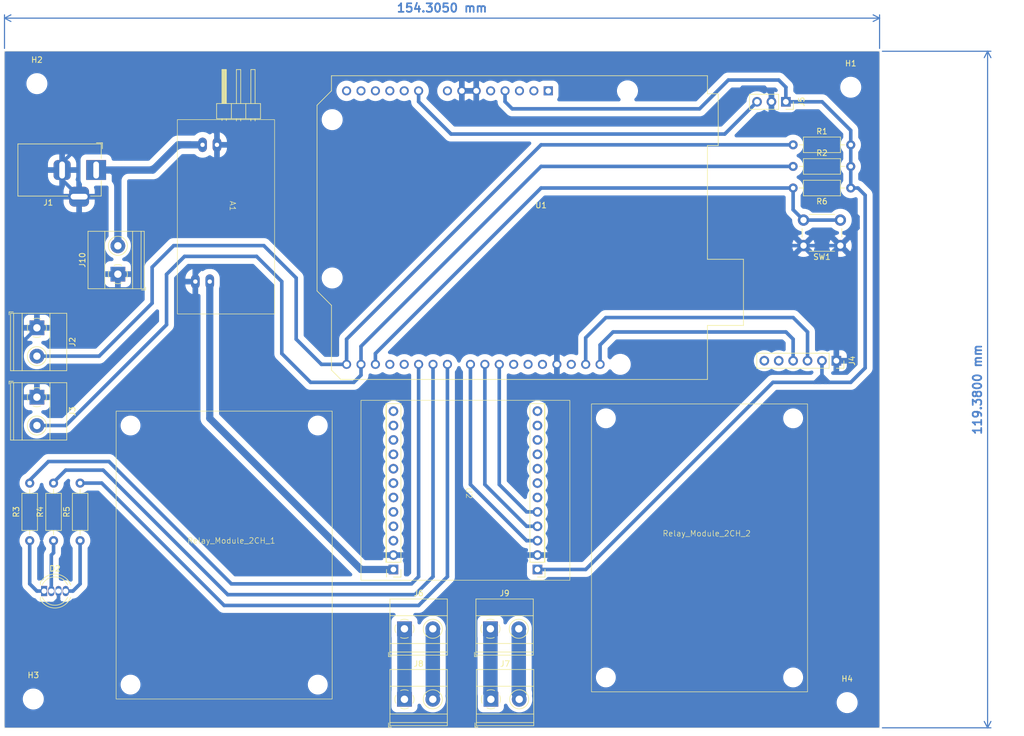
<source format=kicad_pcb>
(kicad_pcb (version 20221018) (generator pcbnew)
  (layers (0 "F.Cu" signal) (31 "B.Cu" signal) (34 "B.Paste" user) (35 "F.Paste" user) (36 "B.SilkS" user "B.Silkscreen") (37 "F.SilkS" user "F.Silkscreen") (38 "B.Mask" user) (39 "F.Mask" user) (44 "Edge.Cuts" user))
  (net 0 "")
  (net 1 "+12V")
  (net 2 "GND")
  (net 13 "Net-(J2-Pin_2)")
  (net 14 "Net-(J3-Pin_2)")
  (net 15 "D0")
  (net 22 "+5V")
  (net 23 "+3.3V")
  (net 36 "A0")
  (net 37 "Net-(J6-Pin_1)")
  (net 38 "Net-(J6-Pin_2)")
  (net 39 "SDA")
  (net 40 "SCL")
  (net 41 "SQW")
  (net 42 "Net-(J7-Pin_1)")
  (net 43 "Net-(J7-Pin_2)")
  (net 44 "32K")
  (net 45 "D6")
  (net 46 "D7")
  (net 47 "D8")
  (net 48 "D3")
  (net 49 "D4")
  (net 50 "D5")
  (net 51 "Net-(D2-RA)")
  (net 52 "Net-(D2-GA)")
  (net 53 "Net-(D2-BA)")
  (footprint "LED_THT:LED_D5.0mm-4_RGB" (layer "F.Cu") (at 24.13 119.38)
    (fp_text reference "D2" (at 1.905 -3.96) (layer "F.SilkS"))
    (fp_text value "LED_RGKB")
    (pad "1" thru_hole rect (at 0 0) (size 1.07 1.8) (drill 0.9) (layers "*.Cu" "*.Mask") (net 51 "Net-(D2-RA)"))
    (pad "2" thru_hole oval (at 1.27 0) (size 1.07 1.8) (drill 0.9) (layers "*.Cu" "*.Mask") (net 52 "Net-(D2-GA)"))
    (pad "3" thru_hole oval (at 2.54 0) (size 1.07 1.8) (drill 0.9) (layers "*.Cu" "*.Mask") (net 2 "GND"))
    (pad "4" thru_hole oval (at 3.81 0) (size 1.07 1.8) (drill 0.9) (layers "*.Cu" "*.Mask") (net 53 "Net-(D2-BA)"))
  )
  (footprint "MountingHole:MountingHole_3.2mm_M3" (layer "F.Cu") (at 166.37 30.48)
    (fp_text reference "H1" (at 0 -4.2) (layer "F.SilkS"))
    (fp_text value "MountingHole")
    (pad "" np_thru_hole circle (at 0 0) (size 3.2 3.2) (drill 3.2) (layers "*.Cu" "*.Mask"))
  )
  (footprint "TerminalBlock_Phoenix:TerminalBlock_Phoenix_MKDS-1,5-2_1x02_P5.00mm_Horizontal" (layer "F.Cu") (at 37.135 63.46 90)
    (fp_text reference "J10" (at 2.5 -6.26 90) (layer "F.SilkS"))
    (fp_text value "Screw_Terminal_01x02")
    (pad "1" thru_hole rect (at 0 0 90) (size 2.6 2.6) (drill 1.3) (layers "*.Cu" "*.Mask") (net 2 "GND"))
    (pad "2" thru_hole circle (at 5 0 90) (size 2.6 2.6) (drill 1.3) (layers "*.Cu" "*.Mask") (net 1 "+12V"))
  )
  (footprint "necessary library:UBEC_Reg" (layer "F.Cu") (at 55.88 53.975 -90)
    (fp_text reference "A1" (at -2.54 -1.5 -90 unlocked) (layer "F.SilkS") (effects (font (thickness 0.1))))
    (fp_text value "UBEC_Regulator")
    (pad "1" thru_hole oval (at -13.335 1.27 90) (size 2.54 1.524) (drill 0.762) (layers "*.Cu" "*.Mask") (net 2 "GND"))
    (pad "2" thru_hole oval (at -13.335 3.81 270) (size 2.54 1.524) (drill 0.762) (layers "*.Cu" "*.Mask") (net 1 "+12V"))
    (pad "3" thru_hole oval (at 10.795 5.08 270) (size 2.54 1.524) (drill 0.762) (layers "*.Cu" "*.Mask" "Eco1.User") (net 2 "GND"))
    (pad "4" thru_hole oval (at 10.795 2.54 270) (size 2.54 1.524) (drill 0.762) (layers "*.Cu" "*.Mask") (net 22 "+5V"))
  )
  (footprint "MountingHole:MountingHole_3.2mm_M3" (layer "F.Cu") (at 165.735 139.065)
    (fp_text reference "H4" (at 0 -4.2) (layer "F.SilkS"))
    (fp_text value "MountingHole")
    (pad "" np_thru_hole circle (at 0 0) (size 3.2 3.2) (drill 3.2) (layers "*.Cu" "*.Mask"))
  )
  (footprint "TerminalBlock_Phoenix:TerminalBlock_Phoenix_MKDS-1,5-2_1x02_P5.00mm_Horizontal" (layer "F.Cu") (at 102.91 138.481)
    (fp_text reference "J7" (at 2.5 -6.26) (layer "F.SilkS"))
    (fp_text value "Screw_Terminal_01x02")
    (pad "1" thru_hole rect (at 0 0) (size 2.6 2.6) (drill 1.3) (layers "*.Cu" "*.Mask") (net 42 "Net-(J7-Pin_1)"))
    (pad "2" thru_hole circle (at 5 0) (size 2.6 2.6) (drill 1.3) (layers "*.Cu" "*.Mask") (net 43 "Net-(J7-Pin_2)"))
  )
  (footprint "Resistor_THT:R_Axial_DIN0207_L6.3mm_D2.5mm_P10.16mm_Horizontal" (layer "F.Cu") (at 156.21 44.45)
    (fp_text reference "R2" (at 5.08 -2.37) (layer "F.SilkS"))
    (fp_text value "R")
    (pad "1" thru_hole circle (at 0 0) (size 1.6 1.6) (drill 0.8) (layers "*.Cu" "*.Mask") (net 14 "Net-(J3-Pin_2)"))
    (pad "2" thru_hole oval (at 10.16 0) (size 1.6 1.6) (drill 0.8) (layers "*.Cu" "*.Mask") (net 23 "+3.3V"))
  )
  (footprint "TerminalBlock_Phoenix:TerminalBlock_Phoenix_MKDS-1,5-2_1x02_P5.00mm_Horizontal" (layer "F.Cu") (at 102.83 126.035)
    (fp_text reference "J9" (at 2.5 -6.26) (layer "F.SilkS"))
    (fp_text value "Screw_Terminal_01x02")
    (pad "1" thru_hole rect (at 0 0) (size 2.6 2.6) (drill 1.3) (layers "*.Cu" "*.Mask") (net 42 "Net-(J7-Pin_1)"))
    (pad "2" thru_hole circle (at 5 0) (size 2.6 2.6) (drill 1.3) (layers "*.Cu" "*.Mask") (net 43 "Net-(J7-Pin_2)"))
  )
  (footprint "Connector_PinSocket_2.54mm:PinSocket_1x06_P2.54mm_Vertical" (layer "F.Cu") (at 163.83 78.74 -90)
    (fp_text reference "J4" (at 0 -2.77 90) (layer "F.SilkS"))
    (fp_text value "Conn_01x06")
    (pad "1" thru_hole rect (at 0 0 270) (size 1.7 1.7) (drill 1) (layers "*.Cu" "*.Mask") (net 2 "GND"))
    (pad "2" thru_hole oval (at 0 2.54 270) (size 1.7 1.7) (drill 1) (layers "*.Cu" "*.Mask") (net 23 "+3.3V"))
    (pad "3" thru_hole oval (at 0 5.08 270) (size 1.7 1.7) (drill 1) (layers "*.Cu" "*.Mask") (net 39 "SDA"))
    (pad "4" thru_hole oval (at 0 7.62 270) (size 1.7 1.7) (drill 1) (layers "*.Cu" "*.Mask") (net 40 "SCL"))
    (pad "5" thru_hole oval (at 0 10.16 270) (size 1.7 1.7) (drill 1) (layers "*.Cu" "*.Mask") (net 41 "SQW"))
    (pad "6" thru_hole oval (at 0 12.7 270) (size 1.7 1.7) (drill 1) (layers "*.Cu" "*.Mask") (net 44 "32K"))
  )
  (footprint "TerminalBlock_Phoenix:TerminalBlock_Phoenix_MKDS-1,5-2_1x02_P5.00mm_Horizontal" (layer "F.Cu") (at 22.86 85.17 -90)
    (fp_text reference "J3" (at 2.5 -6.26 90) (layer "F.SilkS"))
    (fp_text value "Screw_Terminal_01x02")
    (pad "1" thru_hole rect (at 0 0 270) (size 2.6 2.6) (drill 1.3) (layers "*.Cu" "*.Mask") (net 2 "GND"))
    (pad "2" thru_hole circle (at 5 0 270) (size 2.6 2.6) (drill 1.3) (layers "*.Cu" "*.Mask") (net 14 "Net-(J3-Pin_2)"))
  )
  (footprint "Resistor_THT:R_Axial_DIN0207_L6.3mm_D2.5mm_P10.16mm_Horizontal" (layer "F.Cu") (at 21.59 110.49 90)
    (fp_text reference "R3" (at 5.08 -2.37 90) (layer "F.SilkS"))
    (fp_text value "R")
    (pad "1" thru_hole circle (at 0 0 90) (size 1.6 1.6) (drill 0.8) (layers "*.Cu" "*.Mask") (net 51 "Net-(D2-RA)"))
    (pad "2" thru_hole oval (at 10.16 0 90) (size 1.6 1.6) (drill 0.8) (layers "*.Cu" "*.Mask") (net 48 "D3"))
  )
  (footprint "MountingHole:MountingHole_3.2mm_M3" (layer "F.Cu") (at 22.225 138.43)
    (fp_text reference "H3" (at 0 -4.2) (layer "F.SilkS"))
    (fp_text value "MountingHole")
    (pad "" np_thru_hole circle (at 0 0) (size 3.2 3.2) (drill 3.2) (layers "*.Cu" "*.Mask"))
  )
  (footprint "necessary library:Relay_Module_2CH" (layer "F.Cu") (at 140.97 111.76)
    (fp_text reference "Relay_Module_2CH_2" (at 0 -2.54 unlocked) (layer "F.SilkS") (effects (font (thickness 0.1))))
    (fp_text value "~")
    (pad "" np_thru_hole circle (at -17.78 -22.86) (size 3 3) (drill 3) (layers "F&B.Cu" "*.Mask"))
    (pad "" np_thru_hole circle (at -17.78 22.86) (size 3 3) (drill 3) (layers "F&B.Cu" "*.Mask"))
    (pad "" np_thru_hole circle (at 15.24 -22.86) (size 3 3) (drill 3) (layers "F&B.Cu" "*.Mask"))
    (pad "" np_thru_hole circle (at 15.24 22.86) (size 3 3) (drill 3) (layers "F&B.Cu" "*.Mask"))
  )
  (footprint "Resistor_THT:R_Axial_DIN0207_L6.3mm_D2.5mm_P10.16mm_Horizontal" (layer "F.Cu") (at 25.795 110.49 90)
    (fp_text reference "R4" (at 5.08 -2.37 90) (layer "F.SilkS"))
    (fp_text value "R")
    (pad "1" thru_hole circle (at 0 0 90) (size 1.6 1.6) (drill 0.8) (layers "*.Cu" "*.Mask") (net 52 "Net-(D2-GA)"))
    (pad "2" thru_hole oval (at 10.16 0 90) (size 1.6 1.6) (drill 0.8) (layers "*.Cu" "*.Mask") (net 49 "D4"))
  )
  (footprint "TerminalBlock_Phoenix:TerminalBlock_Phoenix_MKDS-1,5-2_1x02_P5.00mm_Horizontal" (layer "F.Cu") (at 87.67 126.035)
    (fp_text reference "J6" (at 2.5 -6.26) (layer "F.SilkS"))
    (fp_text value "Screw_Terminal_01x02")
    (pad "1" thru_hole rect (at 0 0) (size 2.6 2.6) (drill 1.3) (layers "*.Cu" "*.Mask") (net 37 "Net-(J6-Pin_1)"))
    (pad "2" thru_hole circle (at 5 0) (size 2.6 2.6) (drill 1.3) (layers "*.Cu" "*.Mask") (net 38 "Net-(J6-Pin_2)"))
  )
  (footprint "Connector_PinSocket_2.54mm:PinSocket_1x03_P2.54mm_Vertical" (layer "F.Cu") (at 154.925 33.045 -90)
    (fp_text reference "J5" (at 0 -2.77 90) (layer "F.SilkS"))
    (fp_text value "Conn_01x03")
    (pad "1" thru_hole rect (at 0 0 270) (size 1.7 1.7) (drill 1) (layers "*.Cu" "*.Mask") (net 23 "+3.3V"))
    (pad "2" thru_hole oval (at 0 2.54 270) (size 1.7 1.7) (drill 1) (layers "*.Cu" "*.Mask") (net 2 "GND"))
    (pad "3" thru_hole oval (at 0 5.08 270) (size 1.7 1.7) (drill 1) (layers "*.Cu" "*.Mask") (net 36 "A0"))
  )
  (footprint "necessary library:level_converter" (layer "F.Cu") (at 99.06 101.6 180)
    (fp_text reference "U2" (at 0 -0.5 270 unlocked) (layer "F.SilkS") (effects (font (thickness 0.1))))
    (fp_text value "~")
    (pad "1" thru_hole rect (at -12.065 -13.97 180) (size 1.7 1.7) (drill 1) (layers "*.Cu" "*.Mask") (net 23 "+3.3V"))
    (pad "2" thru_hole oval (at -12.065 -11.43 180) (size 1.7 1.7) (drill 1) (layers "*.Cu" "*.Mask") (net 2 "GND"))
    (pad "3" thru_hole oval (at -12.065 -8.89 180) (size 1.7 1.7) (drill 1) (layers "*.Cu" "*.Mask") (net 45 "D6"))
    (pad "4" thru_hole oval (at -12.065 -6.35 180) (size 1.7 1.7) (drill 1) (layers "*.Cu" "*.Mask") (net 46 "D7"))
    (pad "5" thru_hole oval (at -12.065 -3.81 180) (size 1.7 1.7) (drill 1) (layers "*.Cu" "*.Mask") (net 47 "D8"))
    (pad "6" thru_hole oval (at -12.065 -1.27 180) (size 1.7 1.7) (drill 1) (layers "*.Cu" "*.Mask"))
    (pad "7" thru_hole oval (at -12.065 1.27 180) (size 1.7 1.7) (drill 1) (layers "*.Cu" "*.Mask"))
    (pad "8" thru_hole oval (at -12.065 3.81 180) (size 1.7 1.7) (drill 1) (layers "*.Cu" "*.Mask"))
    (pad "9" thru_hole oval (at -12.065 6.35 180) (size 1.7 1.7) (drill 1) (layers "*.Cu" "*.Mask"))
    (pad "10" thru_hole oval (at -12.065 8.89 180) (size 1.7 1.7) (drill 1) (layers "*.Cu" "*.Mask"))
    (pad "11" thru_hole oval (at -12.065 11.43 180) (size 1.7 1.7) (drill 1) (layers "*.Cu" "*.Mask"))
    (pad "12" thru_hole oval (at -12.065 13.97 180) (size 1.7 1.7) (drill 1) (layers "*.Cu" "*.Mask"))
    (pad "13" thru_hole oval (at 13.335 13.965 180) (size 1.7 1.7) (drill 1) (layers "*.Cu" "*.Mask"))
    (pad "14" thru_hole oval (at 13.335 11.425 180) (size 1.7 1.7) (drill 1) (layers "*.Cu" "*.Mask"))
    (pad "15" thru_hole oval (at 13.335 8.885 180) (size 1.7 1.7) (drill 1) (layers "*.Cu" "*.Mask"))
    (pad "16" thru_hole oval (at 13.335 6.345 180) (size 1.7 1.7) (drill 1) (layers "*.Cu" "*.Mask"))
    (pad "17" thru_hole oval (at 13.335 3.805 180) (size 1.7 1.7) (drill 1) (layers "*.Cu" "*.Mask"))
    (pad "18" thru_hole oval (at 13.335 1.265 180) (size 1.7 1.7) (drill 1) (layers "*.Cu" "*.Mask"))
    (pad "19" thru_hole oval (at 13.335 -1.275 180) (size 1.7 1.7) (drill 1) (layers "*.Cu" "*.Mask"))
    (pad "20" thru_hole oval (at 13.335 -3.815 180) (size 1.7 1.7) (drill 1) (layers "*.Cu" "*.Mask"))
    (pad "21" thru_hole oval (at 13.335 -6.355 180) (size 1.7 1.7) (drill 1) (layers "*.Cu" "*.Mask"))
    (pad "22" thru_hole oval (at 13.335 -8.895 180) (size 1.7 1.7) (drill 1) (layers "*.Cu" "*.Mask"))
    (pad "23" thru_hole oval (at 13.335 -11.435 180) (size 1.7 1.7) (drill 1) (layers "*.Cu" "*.Mask") (net 2 "GND"))
    (pad "24" thru_hole rect (at 13.335 -13.975 180) (size 1.7 1.7) (drill 1) (layers "*.Cu" "*.Mask") (net 22 "+5V"))
  )
  (footprint "Button_Switch_THT:SW_PUSH_6mm" (layer "F.Cu") (at 164.54 58.42 180)
    (fp_text reference "SW1" (at 3.25 -2) (layer "F.SilkS"))
    (fp_text value "SW_Omron_B3FS")
    (pad "1" thru_hole circle (at 0 0 270) (size 2 2) (drill 1.1) (layers "*.Cu" "*.Mask") (net 2 "GND"))
    (pad "1" thru_hole circle (at 6.5 0 270) (size 2 2) (drill 1.1) (layers "*.Cu" "*.Mask") (net 2 "GND"))
    (pad "2" thru_hole circle (at 0 4.5 270) (size 2 2) (drill 1.1) (layers "*.Cu" "*.Mask") (net 15 "D0"))
    (pad "2" thru_hole circle (at 6.5 4.5 270) (size 2 2) (drill 1.1) (layers "*.Cu" "*.Mask") (net 15 "D0"))
  )
  (footprint "necessary library:wemos_d1_r2" (layer "F.Cu") (at 111.76 51.945 180)
    (fp_text reference "U1" (at 0 0.635) (layer "F.SilkS"))
    (fp_text value "Wemos_D1_R2")
    (pad "" np_thru_hole circle (at -15.24 20.83 90) (size 3.2 3.2) (drill 3.2) (layers "*.Cu" "*.Mask"))
    (pad "" np_thru_hole circle (at -13.97 -27.43 90) (size 3.2 3.2) (drill 3.2) (layers "*.Cu" "*.Mask"))
    (pad "" np_thru_hole circle (at 36.83 -12.19 90) (size 3.2 3.2) (drill 3.2) (layers "*.Cu" "*.Mask"))
    (pad "" np_thru_hole circle (at 36.83 15.75 90) (size 3.2 3.2) (drill 3.2) (layers "*.Cu" "*.Mask"))
    (pad "1" thru_hole rect (at -1.27 20.83 90) (size 1.6 1.6) (drill 1) (layers "*.Cu" "*.Mask"))
    (pad "2" thru_hole oval (at 1.27 20.83 90) (size 1.6 1.6) (drill 1) (layers "*.Cu" "*.Mask"))
    (pad "3" thru_hole oval (at 3.81 20.83 90) (size 1.6 1.6) (drill 1) (layers "*.Cu" "*.Mask"))
    (pad "4" thru_hole oval (at 6.35 20.83 90) (size 1.6 1.6) (drill 1) (layers "*.Cu" "*.Mask") (net 23 "+3.3V"))
    (pad "5" thru_hole oval (at 8.89 20.83 90) (size 1.6 1.6) (drill 1) (layers "*.Cu" "*.Mask"))
    (pad "6" thru_hole oval (at 11.43 20.83 90) (size 1.6 1.6) (drill 1) (layers "*.Cu" "*.Mask") (net 2 "GND"))
    (pad "7" thru_hole oval (at 13.97 20.83 90) (size 1.6 1.6) (drill 1) (layers "*.Cu" "*.Mask") (net 2 "GND"))
    (pad "8" thru_hole oval (at 16.51 20.83 90) (size 1.6 1.6) (drill 1) (layers "*.Cu" "*.Mask"))
    (pad "9" thru_hole oval (at 21.59 20.83 90) (size 1.6 1.6) (drill 1) (layers "*.Cu" "*.Mask") (net 36 "A0"))
    (pad "10" thru_hole oval (at 24.13 20.83 90) (size 1.6 1.6) (drill 1) (layers "*.Cu" "*.Mask"))
    (pad "11" thru_hole oval (at 26.67 20.83 90) (size 1.6 1.6) (drill 1) (layers "*.Cu" "*.Mask"))
    (pad "12" thru_hole oval (at 29.21 20.83 90) (size 1.6 1.6) (drill 1) (layers "*.Cu" "*.Mask"))
    (pad "13" thru_hole oval (at 31.75 20.83 90) (size 1.6 1.6) (drill 1) (layers "*.Cu" "*.Mask"))
    (pad "14" thru_hole oval (at 34.29 20.83 90) (size 1.6 1.6) (drill 1) (layers "*.Cu" "*.Mask"))
    (pad "15" thru_hole oval (at 34.29 -27.43 90) (size 1.6 1.6) (drill 1) (layers "*.Cu" "*.Mask") (net 13 "Net-(J2-Pin_2)"))
    (pad "16" thru_hole oval (at 31.75 -27.43 90) (size 1.6 1.6) (drill 1) (layers "*.Cu" "*.Mask") (net 14 "Net-(J3-Pin_2)"))
    (pad "17" thru_hole oval (at 29.21 -27.43 90) (size 1.6 1.6) (drill 1) (layers "*.Cu" "*.Mask") (net 15 "D0"))
    (pad "18" thru_hole oval (at 26.67 -27.43 90) (size 1.6 1.6) (drill 1) (layers "*.Cu" "*.Mask"))
    (pad "19" thru_hole oval (at 24.13 -27.43 90) (size 1.6 1.6) (drill 1) (layers "*.Cu" "*.Mask"))
    (pad "20" thru_hole oval (at 21.59 -27.43 90) (size 1.6 1.6) (drill 1) (layers "*.Cu" "*.Mask") (net 48 "D3"))
    (pad "21" thru_hole oval (at 19.05 -27.43 90) (size 1.6 1.6) (drill 1) (layers "*.Cu" "*.Mask") (net 49 "D4"))
    (pad "22" thru_hole oval (at 16.51 -27.43 90) (size 1.6 1.6) (drill 1) (layers "*.Cu" "*.Mask") (net 50 "D5"))
    (pad "23" thru_hole oval (at 12.45 -27.43 90) (size 1.6 1.6) (drill 1) (layers "*.Cu" "*.Mask") (net 45 "D6"))
    (pad "24" thru_hole oval (at 9.91 -27.43 90) (size 1.6 1.6) (drill 1) (layers "*.Cu" "*.Mask") (net 46 "D7"))
    (pad "25" thru_hole oval (at 7.37 -27.43 90) (size 1.6 1.6) (drill 1) (layers "*.Cu" "*.Mask") (net 47 "D8"))
    (pad "26" thru_hole oval (at 4.83 -27.43 90) (size 1.6 1.6) (drill 1) (layers "*.Cu" "*.Mask"))
    (pad "27" thru_hole oval (at 2.29 -27.43 90) (size 1.6 1.6) (drill 1) (layers "*.Cu" "*.Mask"))
    (pad "28" thru_hole oval (at -0.25 -27.43 90) (size 1.6 1.6) (drill 1) (layers "*.Cu" "*.Mask"))
    (pad "29" thru_hole oval (at -2.79 -27.43 90) (size 1.6 1.6) (drill 1) (layers "*.Cu" "*.Mask") (net 2 "GND"))
    (pad "30" thru_hole oval (at -5.33 -27.43 90) (size 1.6 1.6) (drill 1) (layers "*.Cu" "*.Mask"))
    (pad "31" thru_hole oval (at -7.87 -27.43 90) (size 1.6 1.6) (drill 1) (layers "*.Cu" "*.Mask") (net 39 "SDA"))
    (pad "32" thru_hole oval (at -10.41 -27.43 90) (size 1.6 1.6) (drill 1) (layers "*.Cu" "*.Mask") (net 40 "SCL"))
  )
  (footprint "necessary library:Relay_Module_2CH" (layer "F.Cu") (at 57.15 113.03)
    (fp_text reference "Relay_Module_2CH_1" (at 0 -2.54 unlocked) (layer "F.SilkS") (effects (font (thickness 0.1))))
    (fp_text value "~")
    (pad "" np_thru_hole circle (at -17.78 -22.86) (size 3 3) (drill 3) (layers "F&B.Cu" "*.Mask"))
    (pad "" np_thru_hole circle (at -17.78 22.86) (size 3 3) (drill 3) (layers "F&B.Cu" "*.Mask"))
    (pad "" np_thru_hole circle (at 15.24 -22.86) (size 3 3) (drill 3) (layers "F&B.Cu" "*.Mask"))
    (pad "" np_thru_hole circle (at 15.24 22.86) (size 3 3) (drill 3) (layers "F&B.Cu" "*.Mask"))
  )
  (footprint "Resistor_THT:R_Axial_DIN0207_L6.3mm_D2.5mm_P10.16mm_Horizontal" (layer "F.Cu") (at 166.37 48.26 180)
    (fp_text reference "R6" (at 5.08 -2.37) (layer "F.SilkS"))
    (fp_text value "R")
    (pad "1" thru_hole circle (at 0 0 180) (size 1.6 1.6) (drill 0.8) (layers "*.Cu" "*.Mask") (net 23 "+3.3V"))
    (pad "2" thru_hole oval (at 10.16 0 180) (size 1.6 1.6) (drill 0.8) (layers "*.Cu" "*.Mask") (net 15 "D0"))
  )
  (footprint "TerminalBlock_Phoenix:TerminalBlock_Phoenix_MKDS-1,5-2_1x02_P5.00mm_Horizontal" (layer "F.Cu") (at 22.86 72.93 -90)
    (fp_text reference "J2" (at 2.5 -6.26 90) (layer "F.SilkS"))
    (fp_text value "Screw_Terminal_01x02")
    (pad "1" thru_hole rect (at 0 0 270) (size 2.6 2.6) (drill 1.3) (layers "*.Cu" "*.Mask") (net 2 "GND"))
    (pad "2" thru_hole circle (at 5 0 270) (size 2.6 2.6) (drill 1.3) (layers "*.Cu" "*.Mask") (net 13 "Net-(J2-Pin_2)"))
  )
  (footprint "Connector_BarrelJack:BarrelJack_Horizontal" (layer "F.Cu") (at 33.305 45.085)
    (fp_text reference "J1" (at -8.45 5.75) (layer "F.SilkS"))
    (fp_text value "Barrel_Jack_Switch")
    (pad "1" thru_hole rect (at 0 0) (size 3.5 3.5) (drill oval 1 3) (layers "*.Cu" "*.Mask") (net 1 "+12V"))
    (pad "2" thru_hole roundrect (at -6 0) (size 3 3.5) (drill oval 1 3) (layers "*.Cu" "*.Mask") (net 2 "GND"))
    (pad "3" thru_hole roundrect (at -3 4.7) (size 3.5 3.5) (drill oval 3 1) (layers "*.Cu" "*.Mask") (net 2 "GND"))
  )
  (footprint "Resistor_THT:R_Axial_DIN0207_L6.3mm_D2.5mm_P10.16mm_Horizontal" (layer "F.Cu") (at 30.48 110.49 90)
    (fp_text reference "R5" (at 5.08 -2.37 90) (layer "F.SilkS"))
    (fp_text value "R")
    (pad "1" thru_hole circle (at 0 0 90) (size 1.6 1.6) (drill 0.8) (layers "*.Cu" "*.Mask") (net 53 "Net-(D2-BA)"))
    (pad "2" thru_hole oval (at 10.16 0 90) (size 1.6 1.6) (drill 0.8) (layers "*.Cu" "*.Mask") (net 50 "D5"))
  )
  (footprint "Resistor_THT:R_Axial_DIN0207_L6.3mm_D2.5mm_P10.16mm_Horizontal" (layer "F.Cu") (at 156.21 40.64)
    (fp_text reference "R1" (at 5.08 -2.37) (layer "F.SilkS"))
    (fp_text value "R")
    (pad "1" thru_hole circle (at 0 0) (size 1.6 1.6) (drill 0.8) (layers "*.Cu" "*.Mask") (net 13 "Net-(J2-Pin_2)"))
    (pad "2" thru_hole oval (at 10.16 0) (size 1.6 1.6) (drill 0.8) (layers "*.Cu" "*.Mask") (net 23 "+3.3V"))
  )
  (footprint "MountingHole:MountingHole_3.2mm_M3" (layer "F.Cu") (at 22.86 29.845)
    (fp_text reference "H2" (at 0 -4.2) (layer "F.SilkS"))
    (fp_text value "MountingHole")
    (pad "" np_thru_hole circle (at 0 0) (size 3.2 3.2) (drill 3.2) (layers "*.Cu" "*.Mask"))
  )
  (footprint "TerminalBlock_Phoenix:TerminalBlock_Phoenix_MKDS-1,5-2_1x02_P5.00mm_Horizontal" (layer "F.Cu") (at 87.67 138.481)
    (fp_text reference "J8" (at 2.5 -6.26) (layer "F.SilkS"))
    (fp_text value "Screw_Terminal_01x02")
    (pad "1" thru_hole rect (at 0 0) (size 2.6 2.6) (drill 1.3) (layers "*.Cu" "*.Mask") (net 37 "Net-(J6-Pin_1)"))
    (pad "2" thru_hole circle (at 5 0) (size 2.6 2.6) (drill 1.3) (layers "*.Cu" "*.Mask") (net 38 "Net-(J6-Pin_2)"))
  )
  (gr_rect (start 17.145 24.13) (end 171.45 143.51) (stroke (width 0.1)) (fill none) (layer "Edge.Cuts"))
  (dimension (type aligned) (layer "B.Cu") (pts (xy 17.145 24.13) (xy 171.45 24.13)) (height -5.842) (gr_text "154,3050 mm" (at 94.2975 16.488) (layer "B.Cu") (effects (font (size 1.5 1.5) (thickness 0.3)))) (format (prefix "") (suffix "") (units 3) (units_format 1) (precision 4)) (style (thickness 0.2) (arrow_length 1.27) (text_position_mode 0) (extension_height 0.58642) (extension_offset 0.5) keep_text_aligned))
  (dimension (type aligned) (layer "B.Cu") (pts (xy 171.45 24.13) (xy 171.45 143.51)) (height -19.05) (gr_text "119,3800 mm" (at 188.7 83.82 90) (layer "B.Cu") (effects (font (size 1.5 1.5) (thickness 0.3)))) (format (prefix "") (suffix "") (units 3) (units_format 1) (precision 4)) (style (thickness 0.2) (arrow_length 1.27) (text_position_mode 0) (extension_height 0.58642) (extension_offset 0.5) keep_text_aligned))
  (segment (start 36.068 45.085) (end 33.305 45.085) (width 1.27) (layer "B.Cu") (net 1))
  (segment (start 37.135 46.736) (end 37.135 46.05) (width 1.27) (layer "B.Cu") (net 1))
  (segment (start 37.135 46.736) (end 37.135 45.136) (width 1.27) (layer "B.Cu") (net 1))
  (segment (start 37.135 46.152) (end 36.068 45.085) (width 1.27) (layer "B.Cu") (net 1))
  (segment (start 43.307 45.085) (end 38.1 45.085) (width 1.27) (layer "B.Cu") (net 1))
  (segment (start 47.752 40.64) (end 43.307 45.085) (width 1.27) (layer "B.Cu") (net 1))
  (segment (start 37.135 46.05) (end 38.1 45.085) (width 1.27) (layer "B.Cu") (net 1))
  (segment (start 52.07 40.64) (end 47.752 40.64) (width 1.27) (layer "B.Cu") (net 1))
  (segment (start 37.084 45.085) (end 36.068 45.085) (width 1.27) (layer "B.Cu") (net 1))
  (segment (start 37.135 45.136) (end 37.084 45.085) (width 1.27) (layer "B.Cu") (net 1))
  (segment (start 38.1 45.085) (end 37.084 45.085) (width 1.27) (layer "B.Cu") (net 1))
  (segment (start 37.135 58.46) (end 37.135 46.736) (width 1.27) (layer "B.Cu") (net 1))
  (segment (start 37.135 46.736) (end 37.135 46.152) (width 1.27) (layer "B.Cu") (net 1))
  (segment (start 19.05 120.65) (end 19.05 97.79) (width 0.635) (layer "B.Cu") (net 2))
  (segment (start 52.07 62.23) (end 50.8 63.5) (width 0.635) (layer "B.Cu") (net 2))
  (segment (start 54.61 38.735) (end 52.07 36.195) (width 0.635) (layer "B.Cu") (net 2))
  (segment (start 20.32 85.17) (end 20.32 85.09) (width 0.635) (layer "B.Cu") (net 2))
  (segment (start 55.88 62.23) (end 52.07 62.23) (width 0.635) (layer "B.Cu") (net 2))
  (segment (start 50.8 84.836) (end 41.656 93.98) (width 0.635) (layer "B.Cu") (net 2))
  (segment (start 30.305 60.785) (end 32.98 63.46) (width 0.635) (layer "B.Cu") (net 2))
  (segment (start 19.05 92.964) (end 19.05 85.09) (width 0.635) (layer "B.Cu") (net 2))
  (segment (start 164.54 58.42) (end 167.64 55.32) (width 0.635) (layer "B.Cu") (net 2))
  (segment (start 19.812 93.98) (end 19.05 94.742) (width 0.635) (layer "B.Cu") (net 2))
  (segment (start 152.4 31.75) (end 151.13 30.48) (width 0.635) (layer "B.Cu") (net 2))
  (segment (start 50.8 64.77) (end 50.8 84.836) (width 0.635) (layer "B.Cu") (net 2))
  (segment (start 52.07 36.195) (end 34.925 36.195) (width 0.635) (layer "B.Cu") (net 2))
  (segment (start 157.48 36.83) (end 154.94 36.83) (width 0.635) (layer "B.Cu") (net 2))
  (segment (start 19.13 85.17) (end 19.05 85.09) (width 0.635) (layer "B.Cu") (net 2))
  (segment (start 167.64 55.32) (end 167.64 53.34) (width 0.635) (layer "B.Cu") (net 2))
  (segment (start 19.05 93.98) (end 19.05 92.964) (width 0.635) (layer "B.Cu") (net 2))
  (segment (start 19.812 93.98) (end 19.05 93.218) (width 0.635) (layer "B.Cu") (net 2))
  (segment (start 58.42 88.9) (end 58.42 64.77) (width 0.635) (layer "B.Cu") (net 2))
  (segment (start 113.03 113.03) (end 114.55 111.51) (width 0.635) (layer "B.Cu") (net 2))
  (segment (start 19.05 96.52) (end 19.05 94.996) (width 0.635) (layer "B.Cu") (net 2))
  (segment (start 152.385 33.045) (end 152.385 31.765) (width 0.635) (layer "B.Cu") (net 2))
  (segment (start 154.94 36.83) (end 152.385 34.275) (width 0.635) (layer "B.Cu") (net 2))
  (segment (start 50.8 63.5) (end 50.8 64.77) (width 0.635) (layer "B.Cu") (net 2))
  (segment (start 19.05 83.82) (end 19.05 76.74) (width 0.635) (layer "B.Cu") (net 2))
  (segment (start 158.04 58.42) (end 164.54 58.42) (width 0.635) (layer "B.Cu") (net 2))
  (segment (start 19.05 97.79) (end 19.05 96.52) (width 0.635) (layer "B.Cu") (net 2))
  (segment (start 27.305 43.815) (end 27.305 45.085) (width 0.635) (layer "B.Cu") (net 2))
  (segment (start 58.42 40.64) (end 71.12 27.94) (width 0.635) (layer "B.Cu") (net 2))
  (segment (start 58.42 64.77) (end 55.88 62.23) (width 0.635) (layer "B.Cu") (net 2))
  (segment (start 54.61 40.64) (end 58.42 40.64) (width 0.635) (layer "B.Cu") (net 2))
  (segment (start 161.29 46.99) (end 161.29 40.64) (width 0.635) (layer "B.Cu") (net 2))
  (segment (start 22.86 85.17) (end 20.32 85.17) (width 0.635) (layer "B.Cu") (net 2))
  (segment (start 32.48 72.93) (end 37.135 68.275) (width 0.635) (layer "B.Cu") (net 2))
  (segment (start 32.98 63.46) (end 37.135 63.46) (width 0.635) (layer "B.Cu") (net 2))
  (segment (start 71.12 27.94) (end 99.06 27.94) (width 0.635) (layer "B.Cu") (net 2))
  (segment (start 26.67 120.788) (end 25.538 121.92) (width 0.635) (layer "B.Cu") (net 2))
  (segment (start 163.83 59.13) (end 164.54 58.42) (width 0.635) (layer "B.Cu") (net 2))
  (segment (start 27.305 46.785) (end 30.305 49.785) (width 0.635) (layer "B.Cu") (net 2))
  (segment (start 25.538 121.92) (end 20.32 121.92) (width 0.635) (layer "B.Cu") (net 2))
  (segment (start 100.33 31.115) (end 97.79 31.115) (width 0.635) (layer "B.Cu") (net 2))
  (segment (start 19.05 85.09) (end 19.05 83.82) (width 0.635) (layer "B.Cu") (net 2))
  (segment (start 111.125 113.03) (end 113.03 113.03) (width 0.635) (layer "B.Cu") (net 2))
  (segment (start 22.86 72.93) (end 32.48 72.93) (width 0.635) (layer "B.Cu") (net 2))
  (segment (start 20.32 121.92) (end 19.05 120.65) (width 0.635) (layer "B.Cu") (net 2))
  (segment (start 163.83 78.74) (end 163.83 59.13) (width 0.635) (layer "B.Cu") (net 2))
  (segment (start 26.67 119.38) (end 26.67 120.788) (width 0.635) (layer "B.Cu") (net 2))
  (segment (start 140.97 36.83) (end 101.6 36.83) (width 0.635) (layer "B.Cu") (net 2))
  (segment (start 114.55 73.918) (end 130.048 58.42) (width 0.635) (layer "B.Cu") (net 2))
  (segment (start 19.812 93.98) (end 19.05 93.98) (width 0.635) (layer "B.Cu") (net 2))
  (segment (start 27.305 45.085) (end 27.305 46.785) (width 0.635) (layer "B.Cu") (net 2))
  (segment (start 161.29 40.64) (end 157.48 36.83) (width 0.635) (layer "B.Cu") (net 2))
  (segment (start 101.6 36.83) (end 97.79 33.02) (width 0.635) (layer "B.Cu") (net 2))
  (segment (start 152.385 31.765) (end 152.4 31.75) (width 0.635) (layer "B.Cu") (net 2))
  (segment (start 114.55 79.375) (end 114.55 73.918) (width 0.635) (layer "B.Cu") (net 2))
  (segment (start 97.79 33.02) (end 97.79 31.115) (width 0.635) (layer "B.Cu") (net 2))
  (segment (start 54.61 40.64) (end 54.61 38.735) (width 0.635) (layer "B.Cu") (net 2))
  (segment (start 114.55 111.51) (end 114.55 79.375) (width 0.635) (layer "B.Cu") (net 2))
  (segment (start 82.555 113.035) (end 58.42 88.9) (width 0.635) (layer "B.Cu") (net 2))
  (segment (start 151.13 30.48) (end 147.32 30.48) (width 0.635) (layer "B.Cu") (net 2))
  (segment (start 30.305 49.785) (end 30.305 60.785) (width 0.635) (layer "B.Cu") (net 2))
  (segment (start 41.656 93.98) (end 19.812 93.98) (width 0.635) (layer "B.Cu") (net 2))
  (segment (start 19.05 93.218) (end 19.05 92.964) (width 0.635) (layer "B.Cu") (net 2))
  (segment (start 100.33 29.21) (end 100.33 31.115) (width 0.635) (layer "B.Cu") (net 2))
  (segment (start 19.05 94.742) (end 19.05 94.996) (width 0.635) (layer "B.Cu") (net 2))
  (segment (start 152.385 34.275) (end 152.385 33.045) (width 0.635) (layer "B.Cu") (net 2))
  (segment (start 130.048 58.42) (end 158.04 58.42) (width 0.635) (layer "B.Cu") (net 2))
  (segment (start 37.135 68.275) (end 37.135 63.46) (width 0.635) (layer "B.Cu") (net 2))
  (segment (start 20.32 85.09) (end 19.05 86.36) (width 0.635) (layer "B.Cu") (net 2))
  (segment (start 85.725 113.035) (end 82.555 113.035) (width 0.635) (layer "B.Cu") (net 2))
  (segment (start 19.05 76.74) (end 22.86 72.93) (width 0.635) (layer "B.Cu") (net 2))
  (segment (start 147.32 30.48) (end 140.97 36.83) (width 0.635) (layer "B.Cu") (net 2))
  (segment (start 20.32 85.17) (end 19.13 85.17) (width 0.635) (layer "B.Cu") (net 2))
  (segment (start 20.32 85.09) (end 19.05 83.82) (width 0.635) (layer "B.Cu") (net 2))
  (segment (start 99.06 27.94) (end 100.33 29.21) (width 0.635) (layer "B.Cu") (net 2))
  (segment (start 19.05 94.996) (end 19.05 93.98) (width 0.635) (layer "B.Cu") (net 2))
  (segment (start 167.64 53.34) (end 161.29 46.99) (width 0.635) (layer "B.Cu") (net 2))
  (segment (start 34.925 36.195) (end 27.305 43.815) (width 0.635) (layer "B.Cu") (net 2))
  (segment (start 77.47 74.93) (end 77.47 79.375) (width 0.635) (layer "B.Cu") (net 13))
  (segment (start 46.99 58.42) (end 62.865 58.42) (width 0.635) (layer "B.Cu") (net 13))
  (segment (start 68.58 64.135) (end 68.58 74.93) (width 0.635) (layer "B.Cu") (net 13))
  (segment (start 22.86 77.93) (end 33.83 77.93) (width 0.635) (layer "B.Cu") (net 13))
  (segment (start 73.025 79.375) (end 77.47 79.375) (width 0.635) (layer "B.Cu") (net 13))
  (segment (start 43.18 62.23) (end 46.99 58.42) (width 0.635) (layer "B.Cu") (net 13))
  (segment (start 62.865 58.42) (end 68.58 64.135) (width 0.635) (layer "B.Cu") (net 13))
  (segment (start 68.58 74.93) (end 73.025 79.375) (width 0.635) (layer "B.Cu") (net 13))
  (segment (start 111.76 40.64) (end 77.47 74.93) (width 0.635) (layer "B.Cu") (net 13))
  (segment (start 33.83 77.93) (end 43.18 68.58) (width 0.635) (layer "B.Cu") (net 13))
  (segment (start 156.21 40.64) (end 111.76 40.64) (width 0.635) (layer "B.Cu") (net 13))
  (segment (start 43.18 68.58) (end 43.18 62.23) (width 0.635) (layer "B.Cu") (net 13))
  (segment (start 22.86 90.17) (end 27.94 90.17) (width 0.635) (layer "B.Cu") (net 14))
  (segment (start 80.01 79.375) (end 80.01 76.2) (width 0.635) (layer "B.Cu") (net 14))
  (segment (start 27.94 90.17) (end 45.72 72.39) (width 0.635) (layer "B.Cu") (net 14))
  (segment (start 80.01 81.28) (end 80.01 79.375) (width 0.635) (layer "B.Cu") (net 14))
  (segment (start 111.76 44.45) (end 156.21 44.45) (width 0.635) (layer "B.Cu") (net 14))
  (segment (start 45.72 63.5) (end 48.895 60.325) (width 0.635) (layer "B.Cu") (net 14))
  (segment (start 78.74 82.55) (end 80.01 81.28) (width 0.635) (layer "B.Cu") (net 14))
  (segment (start 61.595 60.325) (end 66.04 64.77) (width 0.635) (layer "B.Cu") (net 14))
  (segment (start 80.01 76.2) (end 111.76 44.45) (width 0.635) (layer "B.Cu") (net 14))
  (segment (start 45.72 72.39) (end 45.72 63.5) (width 0.635) (layer "B.Cu") (net 14))
  (segment (start 48.895 60.325) (end 61.595 60.325) (width 0.635) (layer "B.Cu") (net 14))
  (segment (start 66.04 64.77) (end 66.04 77.47) (width 0.635) (layer "B.Cu") (net 14))
  (segment (start 71.12 82.55) (end 78.74 82.55) (width 0.635) (layer "B.Cu") (net 14))
  (segment (start 66.04 77.47) (end 71.12 82.55) (width 0.635) (layer "B.Cu") (net 14))
  (segment (start 156.21 52.09) (end 156.21 48.26) (width 0.635) (layer "B.Cu") (net 15))
  (segment (start 158.04 53.92) (end 156.21 52.09) (width 0.635) (layer "B.Cu") (net 15))
  (segment (start 82.55 79.375) (end 82.55 77.47) (width 0.635) (layer "B.Cu") (net 15))
  (segment (start 111.76 48.26) (end 156.21 48.26) (width 0.635) (layer "B.Cu") (net 15))
  (segment (start 158.04 53.92) (end 164.54 53.92) (width 0.635) (layer "B.Cu") (net 15))
  (segment (start 82.55 77.47) (end 111.76 48.26) (width 0.635) (layer "B.Cu") (net 15))
  (segment (start 53.34 88.9) (end 80.015 115.575) (width 1.27) (layer "B.Cu") (net 22))
  (segment (start 53.34 64.77) (end 53.34 88.9) (width 1.27) (layer "B.Cu") (net 22))
  (segment (start 53.34 64.77) (end 53.34 64.516) (width 0.25) (layer "B.Cu") (net 22))
  (segment (start 53.34 64.516) (end 53.848 64.008) (width 0.25) (layer "B.Cu") (net 22))
  (segment (start 80.015 115.575) (end 85.725 115.575) (width 1.27) (layer "B.Cu") (net 22))
  (segment (start 161.29 81.28) (end 160.02 82.55) (width 0.635) (layer "B.Cu") (net 23))
  (segment (start 161.29 82.042) (end 161.798 82.55) (width 0.635) (layer "B.Cu") (net 23))
  (segment (start 105.41 31.115) (end 105.41 33.02) (width 0.635) (layer "B.Cu") (net 23))
  (segment (start 154.925 33.045) (end 161.315 33.045) (width 0.635) (layer "B.Cu") (net 23))
  (segment (start 162.052 82.55) (end 162.56 82.55) (width 0.635) (layer "B.Cu") (net 23))
  (segment (start 160.02 82.55) (end 160.528 82.55) (width 0.635) (layer "B.Cu") (net 23))
  (segment (start 160.528 82.55) (end 161.036 82.55) (width 0.635) (layer "B.Cu") (net 23))
  (segment (start 166.37 82.55) (end 162.56 82.55) (width 0.635) (layer "B.Cu") (net 23))
  (segment (start 105.41 33.02) (end 106.68 34.29) (width 0.635) (layer "B.Cu") (net 23))
  (segment (start 168.91 49.53) (end 168.91 80.01) (width 0.635) (layer "B.Cu") (net 23))
  (segment (start 167.64 48.26) (end 166.37 48.26) (width 0.635) (layer "B.Cu") (net 23))
  (segment (start 161.798 82.55) (end 162.052 82.55) (width 0.635) (layer "B.Cu") (net 23))
  (segment (start 152.654 82.55) (end 160.02 82.55) (width 0.635) (layer "B.Cu") (net 23))
  (segment (start 154.94 30.48) (end 154.925 30.495) (width 0.635) (layer "B.Cu") (net 23))
  (segment (start 161.29 81.28) (end 162.56 82.55) (width 0.635) (layer "B.Cu") (net 23))
  (segment (start 111.125 115.57) (end 119.634 115.57) (width 0.635) (layer "B.Cu") (net 23))
  (segment (start 168.91 80.01) (end 166.37 82.55) (width 0.635) (layer "B.Cu") (net 23))
  (segment (start 161.315 33.045) (end 166.37 38.1) (width 0.635) (layer "B.Cu") (net 23))
  (segment (start 153.67 29.21) (end 154.94 30.48) (width 0.635) (layer "B.Cu") (net 23))
  (segment (start 160.782 82.55) (end 160.528 82.55) (width 0.635) (layer "B.Cu") (net 23))
  (segment (start 154.925 30.495) (end 154.925 33.045) (width 0.635) (layer "B.Cu") (net 23))
  (segment (start 161.29 82.296) (end 161.036 82.55) (width 0.635) (layer "B.Cu") (net 23))
  (segment (start 168.91 49.53) (end 167.64 48.26) (width 0.635) (layer "B.Cu") (net 23))
  (segment (start 119.634 115.57) (end 152.654 82.55) (width 0.635) (layer "B.Cu") (net 23))
  (segment (start 166.37 44.45) (end 166.37 40.64) (width 0.635) (layer "B.Cu") (net 23))
  (segment (start 166.37 40.64) (end 166.37 38.1) (width 0.635) (layer "B.Cu") (net 23))
  (segment (start 139.7 34.29) (end 144.78 29.21) (width 0.635) (layer "B.Cu") (net 23))
  (segment (start 144.78 29.21) (end 153.67 29.21) (width 0.635) (layer "B.Cu") (net 23))
  (segment (start 166.37 48.26) (end 166.37 44.45) (width 0.635) (layer "B.Cu") (net 23))
  (segment (start 161.29 82.042) (end 160.782 82.55) (width 0.635) (layer "B.Cu") (net 23))
  (segment (start 161.29 81.788) (end 161.29 82.042) (width 0.635) (layer "B.Cu") (net 23))
  (segment (start 161.29 81.788) (end 161.29 82.296) (width 0.635) (layer "B.Cu") (net 23))
  (segment (start 161.036 82.55) (end 162.052 82.55) (width 0.635) (layer "B.Cu") (net 23))
  (segment (start 161.29 81.28) (end 161.29 81.788) (width 0.635) (layer "B.Cu") (net 23))
  (segment (start 161.29 78.74) (end 161.29 81.28) (width 0.635) (layer "B.Cu") (net 23))
  (segment (start 106.68 34.29) (end 139.7 34.29) (width 0.635) (layer "B.Cu") (net 23))
  (segment (start 95.885 38.735) (end 144.155 38.735) (width 0.635) (layer "B.Cu") (net 36))
  (segment (start 144.155 38.735) (end 149.845 33.045) (width 0.635) (layer "B.Cu") (net 36))
  (segment (start 90.17 31.115) (end 90.17 33.02) (width 0.635) (layer "B.Cu") (net 36))
  (segment (start 90.17 33.02) (end 95.885 38.735) (width 0.635) (layer "B.Cu") (net 36))
  (segment (start 87.67 126.035) (end 87.67 137.465) (width 2.54) (layer "B.Cu") (net 37))
  (segment (start 92.67 126.035) (end 92.67 137.465) (width 2.54) (layer "B.Cu") (net 38))
  (segment (start 123.19 71.12) (end 119.63 74.68) (width 0.635) (layer "B.Cu") (net 39))
  (segment (start 119.63 74.68) (end 119.63 79.375) (width 0.635) (layer "B.Cu") (net 39))
  (segment (start 156.21 71.12) (end 123.19 71.12) (width 0.635) (layer "B.Cu") (net 39))
  (segment (start 158.75 73.66) (end 156.21 71.12) (width 0.635) (layer "B.Cu") (net 39))
  (segment (start 158.75 78.74) (end 158.75 73.66) (width 0.635) (layer "B.Cu") (net 39))
  (segment (start 124.46 73.66) (end 154.94 73.66) (width 0.635) (layer "B.Cu") (net 40))
  (segment (start 156.21 74.93) (end 156.21 78.74) (width 0.635) (layer "B.Cu") (net 40))
  (segment (start 122.17 75.95) (end 124.46 73.66) (width 0.635) (layer "B.Cu") (net 40))
  (segment (start 122.17 79.375) (end 122.17 75.95) (width 0.635) (layer "B.Cu") (net 40))
  (segment (start 154.94 73.66) (end 156.21 74.93) (width 0.635) (layer "B.Cu") (net 40))
  (segment (start 102.83 137.385) (end 102.91 137.465) (width 2.54) (layer "B.Cu") (net 42))
  (segment (start 102.83 126.035) (end 102.83 137.385) (width 2.54) (layer "B.Cu") (net 42))
  (segment (start 107.83 137.385) (end 107.91 137.465) (width 2.54) (layer "B.Cu") (net 43))
  (segment (start 107.83 126.035) (end 107.83 137.385) (width 2.54) (layer "B.Cu") (net 43))
  (segment (start 99.31 79.375) (end 99.31 100.58) (width 0.635) (layer "B.Cu") (net 45))
  (segment (start 99.31 100.58) (end 109.22 110.49) (width 0.635) (layer "B.Cu") (net 45))
  (segment (start 109.22 110.49) (end 111.125 110.49) (width 0.635) (layer "B.Cu") (net 45))
  (segment (start 101.85 79.375) (end 101.85 100.58) (width 0.635) (layer "B.Cu") (net 46))
  (segment (start 109.22 107.95) (end 111.125 107.95) (width 0.635) (layer "B.Cu") (net 46))
  (segment (start 101.85 100.58) (end 109.22 107.95) (width 0.635) (layer "B.Cu") (net 46))
  (segment (start 104.39 100.58) (end 109.22 105.41) (width 0.635) (layer "B.Cu") (net 47))
  (segment (start 104.39 79.375) (end 104.39 100.58) (width 0.635) (layer "B.Cu") (net 47))
  (segment (start 109.22 105.41) (end 111.125 105.41) (width 0.635) (layer "B.Cu") (net 47))
  (segment (start 24.892 96.52) (end 35.56 96.52) (width 0.635) (layer "B.Cu") (net 48))
  (segment (start 35.56 96.52) (end 57.15 118.11) (width 0.635) (layer "B.Cu") (net 48))
  (segment (start 90.17 116.84) (end 90.17 79.375) (width 0.635) (layer "B.Cu") (net 48))
  (segment (start 57.15 118.11) (end 88.9 118.11) (width 0.635) (layer "B.Cu") (net 48))
  (segment (start 21.59 100.33) (end 21.59 99.822) (width 0.635) (layer "B.Cu") (net 48))
  (segment (start 21.59 99.822) (end 24.892 96.52) (width 0.635) (layer "B.Cu") (net 48))
  (segment (start 88.9 118.11) (end 90.17 116.84) (width 0.635) (layer "B.Cu") (net 48))
  (segment (start 56.515 120.015) (end 89.535 120.015) (width 0.635) (layer "B.Cu") (net 49))
  (segment (start 25.795 100.189) (end 27.94 98.044) (width 0.635) (layer "B.Cu") (net 49))
  (segment (start 89.535 120.015) (end 92.71 116.84) (width 0.635) (layer "B.Cu") (net 49))
  (segment (start 92.71 116.84) (end 92.71 79.375) (width 0.635) (layer "B.Cu") (net 49))
  (segment (start 34.544 98.044) (end 56.515 120.015) (width 0.635) (layer "B.Cu") (net 49))
  (segment (start 27.94 98.044) (end 34.544 98.044) (width 0.635) (layer "B.Cu") (net 49))
  (segment (start 25.795 100.33) (end 25.795 100.189) (width 0.635) (layer "B.Cu") (net 49))
  (segment (start 90.17 121.92) (end 95.25 116.84) (width 0.635) (layer "B.Cu") (net 50))
  (segment (start 55.88 121.92) (end 90.17 121.92) (width 0.635) (layer "B.Cu") (net 50))
  (segment (start 95.25 116.84) (end 95.25 79.375) (width 0.635) (layer "B.Cu") (net 50))
  (segment (start 34.29 100.33) (end 55.88 121.92) (width 0.635) (layer "B.Cu") (net 50))
  (segment (start 30.48 100.33) (end 34.29 100.33) (width 0.635) (layer "B.Cu") (net 50))
  (segment (start 21.59 118.11) (end 21.59 110.49) (width 0.635) (layer "B.Cu") (net 51))
  (segment (start 22.86 119.38) (end 21.59 118.11) (width 0.635) (layer "B.Cu") (net 51))
  (segment (start 24.13 119.38) (end 22.86 119.38) (width 0.635) (layer "B.Cu") (net 51))
  (segment (start 25.795 110.49) (end 25.795 112.635) (width 0.635) (layer "B.Cu") (net 52))
  (segment (start 25.795 112.635) (end 25.4 113.03) (width 0.635) (layer "B.Cu") (net 52))
  (segment (start 25.4 113.03) (end 25.4 119.38) (width 0.635) (layer "B.Cu") (net 52))
  (segment (start 29.21 119.38) (end 27.94 119.38) (width 0.635) (layer "B.Cu") (net 53))
  (segment (start 30.48 110.49) (end 30.48 118.11) (width 0.635) (layer "B.Cu") (net 53))
  (segment (start 30.48 118.11) (end 29.21 119.38) (width 0.635) (layer "B.Cu") (net 53))
  (zone (net 2) (net_name "GND") (layer "B.Cu") (priority 1) (connect_pads (clearance 1)) (min_thickness 0.635) (fill yes (thermal_gap 1) (thermal_bridge_width 1))
    (polygon (pts (xy 17.145 24.13) (xy 17.145 143.51) (xy 171.45 143.51) (xy 171.45 24.13)))
  )
  (zone (net 1) (net_name "+12V") (layer "B.Cu") (connect_pads (clearance 1)) (min_thickness 1) (fill yes (thermal_gap 1) (thermal_bridge_width 1))
    (polygon (pts (xy 31.496 43.18) (xy 31.496 46.99) (xy 34.036 46.99) (xy 34.036 60.198) (xy 39.878 60.198) (xy 52.832 41.656) (xy 52.832 39.116) (xy 35.56 39.116)))
  )
)
</source>
